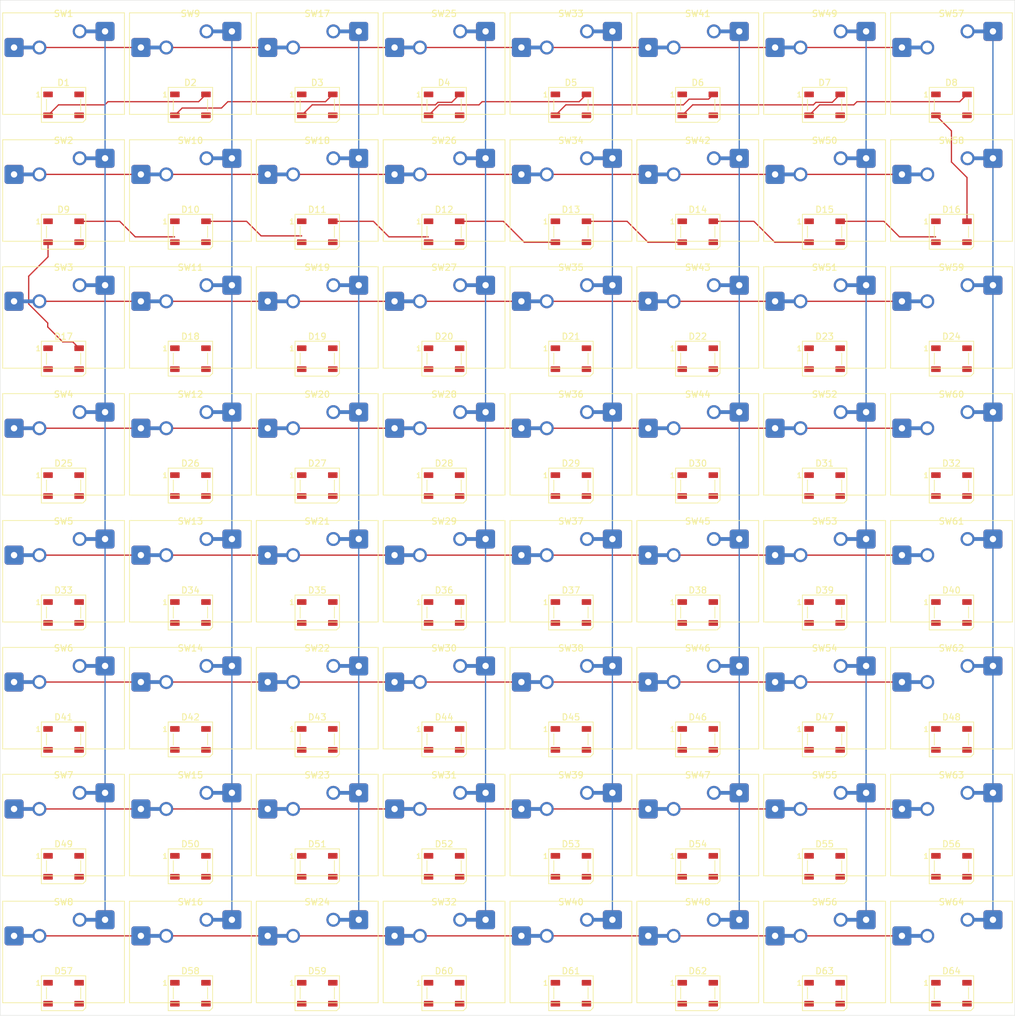
<source format=kicad_pcb>
(kicad_pcb (version 20241229) (generator "pcbnew") (generator_version "9.0")
  (layers (0 "F.Cu" signal) (2 "B.Cu" signal) (13 "F.Paste" user) (15 "B.Paste" user) (5 "F.SilkS" user "F.Silkscreen") (7 "B.SilkS" user "B.Silkscreen") (1 "F.Mask" user) (3 "B.Mask" user) (25 "Edge.Cuts" user))
  (net 0 "")
  (net 1 "Net-(SW1-Pad1)")
  (net 2 "Net-(SW1-Pad2)")
  (net 3 "Net-(SW10-Pad2)")
  (net 4 "Net-(SW17-Pad2)")
  (net 5 "Net-(SW25-Pad2)")
  (net 6 "Net-(SW33-Pad2)")
  (net 7 "Net-(SW41-Pad2)")
  (net 8 "Net-(SW49-Pad2)")
  (net 9 "Net-(SW57-Pad2)")
  (net 13 "Net-(D1-DOUT)")
  (net 16 "Net-(D2-DOUT)")
  (net 18 "Net-(D3-DOUT)")
  (net 21 "Net-(D4-DOUT)")
  (net 25 "Net-(D5-DOUT)")
  (net 28 "Net-(D6-DOUT)")
  (net 30 "Net-(D7-DOUT)")
  (net 35 "Net-(D10-DIN)")
  (net 37 "Net-(D10-DOUT)")
  (net 54 "Net-(D17-DOUT)")
  (net 57 "Net-(D18-DOUT)")
  (net 59 "Net-(D19-DOUT)")
  (net 62 "Net-(D20-DOUT)")
  (net 64 "Net-(D21-DOUT)")
  (net 68 "Net-(D22-DOUT)")
  (net 70 "Net-(D23-DOUT)")
  (net 78 "Net-(D25-DOUT)")
  (net 81 "Net-(D26-DOUT)")
  (net 83 "Net-(D27-DOUT)")
  (net 88 "Net-(D28-DOUT)")
  (net 90 "Net-(D29-DOUT)")
  (net 93 "Net-(D30-DOUT)")
  (net 95 "Net-(D31-DOUT)")
  (net 104 "Net-(D33-DOUT)")
  (net 107 "Net-(D34-DOUT)")
  (net 110 "Net-(D35-DOUT)")
  (net 112 "Net-(D36-DOUT)")
  (net 115 "Net-(D37-DOUT)")
  (net 119 "Net-(D38-DOUT)")
  (net 121 "Net-(D39-DOUT)")
  (net 129 "Net-(D41-DOUT)")
  (net 130 "Net-(D42-DOUT)")
  (net 133 "Net-(D43-DOUT)")
  (net 138 "Net-(D44-DOUT)")
  (net 139 "Net-(D45-DOUT)")
  (net 142 "Net-(D46-DOUT)")
  (net 146 "Net-(D47-DOUT)")
  (net 151 "Net-(D49-DOUT)")
  (net 156 "Net-(D50-DOUT)")
  (net 158 "Net-(D51-DOUT)")
  (net 163 "Net-(D52-DOUT)")
  (net 165 "Net-(D53-DOUT)")
  (net 169 "Net-(D54-DOUT)")
  (net 170 "Net-(D55-DOUT)")
  (net 178 "Net-(D57-DOUT)")
  (net 181 "Net-(D58-DOUT)")
  (net 184 "Net-(D59-DOUT)")
  (net 188 "Net-(D60-DOUT)")
  (net 191 "Net-(D61-DOUT)")
  (net 194 "Net-(D62-DOUT)")
  (net 196 "Net-(D63-DOUT)")
  (net 201 "Net-(SW10-Pad1)")
  (net 202 "Net-(SW11-Pad1)")
  (net 203 "Net-(SW12-Pad1)")
  (net 204 "Net-(SW13-Pad1)")
  (net 205 "Net-(SW14-Pad1)")
  (net 206 "Net-(SW15-Pad1)")
  (net 207 "Net-(SW16-Pad1)")
  (net 208 "Net-(D16-DIN)")
  (net 209 "Net-(D17-DIN)")
  (net 210 "Net-(D11-DIN)")
  (net 211 "Net-(D12-DIN)")
  (net 212 "Net-(D13-DIN)")
  (net 213 "Net-(D14-DIN)")
  (net 214 "Net-(D15-DIN)")
  (footprint "LED_SMD:LED_WS2812B_PLCC4_5.0x5.0mm_P3.2mm" (layer "F.Cu") (at 130 56.5)
    (property "Reference" "D14")
    (property "Value" "WS2812B")
  )
  (footprint "LED_SMD:LED_WS2812B_PLCC4_5.0x5.0mm_P3.2mm" (layer "F.Cu") (at 170 96.5)
    (property "Reference" "D32")
    (property "Value" "WS2812B")
  )
  (footprint "mykbd:seat" (layer "F.Cu") (at 170 110)
    (property "Reference" "SW61")
    (property "Value" "SW_Push")
  )
  (footprint "mykbd:seat" (layer "F.Cu") (at 150 130)
    (property "Reference" "SW54")
    (property "Value" "SW_Push")
  )
  (footprint "mykbd:seat" (layer "F.Cu") (at 30 110)
    (property "Reference" "SW5")
    (property "Value" "SW_Push")
  )
  (footprint "LED_SMD:LED_WS2812B_PLCC4_5.0x5.0mm_P3.2mm" (layer "F.Cu") (at 110 156.5)
    (property "Reference" "D53")
    (property "Value" "WS2812B")
  )
  (footprint "LED_SMD:LED_WS2812B_PLCC4_5.0x5.0mm_P3.2mm" (layer "F.Cu") (at 170 136.5)
    (property "Reference" "D48")
    (property "Value" "WS2812B")
  )
  (footprint "LED_SMD:LED_WS2812B_PLCC4_5.0x5.0mm_P3.2mm" (layer "F.Cu") (at 130 76.5)
    (property "Reference" "D22")
    (property "Value" "WS2812B")
  )
  (footprint "mykbd:seat" (layer "F.Cu") (at 70 30)
    (property "Reference" "SW17")
    (property "Value" "SW_Push")
  )
  (footprint "mykbd:seat" (layer "F.Cu") (at 110 170)
    (property "Reference" "SW40")
    (property "Value" "SW_Push")
  )
  (footprint "mykbd:seat" (layer "F.Cu") (at 130 130)
    (property "Reference" "SW46")
    (property "Value" "SW_Push")
  )
  (footprint "mykbd:seat" (layer "F.Cu") (at 30 150)
    (property "Reference" "SW7")
    (property "Value" "SW_Push")
  )
  (footprint "LED_SMD:LED_WS2812B_PLCC4_5.0x5.0mm_P3.2mm" (layer "F.Cu") (at 70 36.5)
    (property "Reference" "D3")
    (property "Value" "WS2812B")
  )
  (footprint "mykbd:seat" (layer "F.Cu") (at 50 110)
    (property "Reference" "SW13")
    (property "Value" "SW_Push")
  )
  (footprint "mykbd:seat" (layer "F.Cu") (at 170 90)
    (property "Reference" "SW60")
    (property "Value" "SW_Push")
  )
  (footprint "mykbd:seat" (layer "F.Cu") (at 170 70)
    (property "Reference" "SW59")
    (property "Value" "SW_Push")
  )
  (footprint "LED_SMD:LED_WS2812B_PLCC4_5.0x5.0mm_P3.2mm" (layer "F.Cu") (at 30 156.5)
    (property "Reference" "D49")
    (property "Value" "WS2812B")
  )
  (footprint "LED_SMD:LED_WS2812B_PLCC4_5.0x5.0mm_P3.2mm" (layer "F.Cu") (at 170 56.5)
    (property "Reference" "D16")
    (property "Value" "WS2812B")
  )
  (footprint "mykbd:seat" (layer "F.Cu") (at 110 30)
    (property "Reference" "SW33")
    (property "Value" "SW_Push")
  )
  (footprint "mykbd:seat" (layer "F.Cu") (at 70 70)
    (property "Reference" "SW19")
    (property "Value" "SW_Push")
  )
  (footprint "LED_SMD:LED_WS2812B_PLCC4_5.0x5.0mm_P3.2mm" (layer "F.Cu") (at 50 136.5)
    (property "Reference" "D42")
    (property "Value" "WS2812B")
  )
  (footprint "LED_SMD:LED_WS2812B_PLCC4_5.0x5.0mm_P3.2mm" (layer "F.Cu") (at 150 156.5)
    (property "Reference" "D55")
    (property "Value" "WS2812B")
  )
  (footprint "LED_SMD:LED_WS2812B_PLCC4_5.0x5.0mm_P3.2mm" (layer "F.Cu") (at 170 116.5)
    (property "Reference" "D40")
    (property "Value" "WS2812B")
  )
  (footprint "LED_SMD:LED_WS2812B_PLCC4_5.0x5.0mm_P3.2mm" (layer "F.Cu") (at 150 76.5)
    (property "Reference" "D23")
    (property "Value" "WS2812B")
  )
  (footprint "LED_SMD:LED_WS2812B_PLCC4_5.0x5.0mm_P3.2mm" (layer "F.Cu") (at 130 96.5)
    (property "Reference" "D30")
    (property "Value" "WS2812B")
  )
  (footprint "LED_SMD:LED_WS2812B_PLCC4_5.0x5.0mm_P3.2mm" (layer "F.Cu") (at 150 96.5)
    (property "Reference" "D31")
    (property "Value" "WS2812B")
  )
  (footprint "mykbd:seat" (layer "F.Cu") (at 70 50)
    (property "Reference" "SW18")
    (property "Value" "SW_Push")
  )
  (footprint "LED_SMD:LED_WS2812B_PLCC4_5.0x5.0mm_P3.2mm" (layer "F.Cu") (at 50 96.5)
    (property "Reference" "D26")
    (property "Value" "WS2812B")
  )
  (footprint "mykbd:seat" (layer "F.Cu") (at 110 110)
    (property "Reference" "SW37")
    (property "Value" "SW_Push")
  )
  (footprint "LED_SMD:LED_WS2812B_PLCC4_5.0x5.0mm_P3.2mm" (layer "F.Cu") (at 30 96.5)
    (property "Reference" "D25")
    (property "Value" "WS2812B")
  )
  (footprint "LED_SMD:LED_WS2812B_PLCC4_5.0x5.0mm_P3.2mm" (layer "F.Cu") (at 110 176.5)
    (property "Reference" "D61")
    (property "Value" "WS2812B")
  )
  (footprint "mykbd:seat" (layer "F.Cu") (at 150 70)
    (property "Reference" "SW51")
    (property "Value" "SW_Push")
  )
  (footprint "mykbd:seat" (layer "F.Cu") (at 130 70)
    (property "Reference" "SW43")
    (property "Value" "SW_Push")
  )
  (footprint "LED_SMD:LED_WS2812B_PLCC4_5.0x5.0mm_P3.2mm" (layer "F.Cu") (at 130 176.5)
    (property "Reference" "D62")
    (property "Value" "WS2812B")
  )
  (footprint "LED_SMD:LED_WS2812B_PLCC4_5.0x5.0mm_P3.2mm" (layer "F.Cu") (at 150 116.5)
    (property "Reference" "D39")
    (property "Value" "WS2812B")
  )
  (footprint "mykbd:seat" (layer "F.Cu") (at 90 130)
    (property "Reference" "SW30")
    (property "Value" "SW_Push")
  )
  (footprint "LED_SMD:LED_WS2812B_PLCC4_5.0x5.0mm_P3.2mm" (layer "F.Cu") (at 70 76.5)
    (property "Reference" "D19")
    (property "Value" "WS2812B")
  )
  (footprint "LED_SMD:LED_WS2812B_PLCC4_5.0x5.0mm_P3.2mm" (layer "F.Cu") (at 110 56.5)
    (property "Reference" "D13")
    (property "Value" "WS2812B")
  )
  (footprint "mykbd:seat" (layer "F.Cu") (at 70 130)
    (property "Reference" "SW22")
    (property "Value" "SW_Push")
  )
  (footprint "mykbd:seat" (layer "F.Cu") (at 130 50)
    (property "Reference" "SW42")
    (property "Value" "SW_Push")
  )
  (footprint "LED_SMD:LED_WS2812B_PLCC4_5.0x5.0mm_P3.2mm" (layer "F.Cu") (at 150 36.5)
    (property "Reference" "D7")
    (property "Value" "WS2812B")
  )
  (footprint "mykbd:seat" (layer "F.Cu") (at 70 170)
    (property "Reference" "SW24")
    (property "Value" "SW_Push")
  )
  (footprint "mykbd:seat" (layer "F.Cu") (at 150 150)
    (property "Reference" "SW55")
    (property "Value" "SW_Push")
  )
  (footprint "mykbd:seat" (layer "F.Cu") (at 30 90)
    (property "Reference" "SW4")
    (property "Value" "SW_Push")
  )
  (footprint "LED_SMD:LED_WS2812B_PLCC4_5.0x5.0mm_P3.2mm" (layer "F.Cu") (at 50 116.5)
    (property "Reference" "D34")
    (property "Value" "WS2812B")
  )
  (footprint "mykbd:seat" (layer "F.Cu") (at 130 170)
    (property "Reference" "SW48")
    (property "Value" "SW_Push")
  )
  (footprint "LED_SMD:LED_WS2812B_PLCC4_5.0x5.0mm_P3.2mm" (layer "F.Cu") (at 150 176.5)
    (property "Reference" "D63")
    (property "Value" "WS2812B")
  )
  (footprint "LED_SMD:LED_WS2812B_PLCC4_5.0x5.0mm_P3.2mm" (layer "F.Cu") (at 90 136.5)
    (property "Reference" "D44")
    (property "Value" "WS2812B")
  )
  (footprint "LED_SMD:LED_WS2812B_PLCC4_5.0x5.0mm_P3.2mm" (layer "F.Cu") (at 30 76.5)
    (property "Reference" "D17")
    (property "Value" "WS2812B")
  )
  (footprint "LED_SMD:LED_WS2812B_PLCC4_5.0x5.0mm_P3.2mm" (layer "F.Cu") (at 130 136.5)
    (property "Reference" "D46")
    (property "Value" "WS2812B")
  )
  (footprint "mykbd:seat" (layer "F.Cu") (at 130 110)
    (property "Reference" "SW45")
    (property "Value" "SW_Push")
  )
  (footprint "LED_SMD:LED_WS2812B_PLCC4_5.0x5.0mm_P3.2mm" (layer "F.Cu") (at 110 116.5)
    (property "Reference" "D37")
    (property "Value" "WS2812B")
  )
  (footprint "LED_SMD:LED_WS2812B_PLCC4_5.0x5.0mm_P3.2mm" (layer "F.Cu") (at 50 56.5)
    (property "Reference" "D10")
    (property "Value" "WS2812B")
  )
  (footprint "mykbd:seat" (layer "F.Cu") (at 170 50)
    (property "Reference" "SW58")
    (property "Value" "SW_Push")
  )
  (footprint "mykbd:seat" (layer "F.Cu") (at 90 30)
    (property "Reference" "SW25")
    (property "Value" "SW_Push")
  )
  (footprint "LED_SMD:LED_WS2812B_PLCC4_5.0x5.0mm_P3.2mm" (layer "F.Cu") (at 90 176.5)
    (property "Reference" "D60")
    (property "Value" "WS2812B")
  )
  (footprint "mykbd:seat" (layer "F.Cu") (at 30 130)
    (property "Reference" "SW6")
    (property "Value" "SW_Push")
  )
  (footprint "mykbd:seat" (layer "F.Cu") (at 70 110)
    (property "Reference" "SW21")
    (property "Value" "SW_Push")
  )
  (footprint "mykbd:seat" (layer "F.Cu") (at 50 90)
    (property "Reference" "SW12")
    (property "Value" "SW_Push")
  )
  (footprint "mykbd:seat" (layer "F.Cu") (at 30 30)
    (property "Reference" "SW1")
    (property "Value" "SW_Push")
  )
  (footprint "mykbd:seat" (layer "F.Cu") (at 90 170)
    (property "Reference" "SW32")
    (property "Value" "SW_Push")
  )
  (footprint "LED_SMD:LED_WS2812B_PLCC4_5.0x5.0mm_P3.2mm" (layer "F.Cu") (at 110 76.5)
    (property "Reference" "D21")
    (property "Value" "WS2812B")
  )
  (footprint "LED_SMD:LED_WS2812B_PLCC4_5.0x5.0mm_P3.2mm" (layer "F.Cu") (at 170 36.5)
    (property "Reference" "D8")
    (property "Value" "WS2812B")
  )
  (footprint "mykbd:seat" (layer "F.Cu") (at 150 50)
    (property "Reference" "SW50")
    (property "Value" "SW_Push")
  )
  (footprint "mykbd:seat" (layer "F.Cu") (at 150 90)
    (property "Reference" "SW52")
    (property "Value" "SW_Push")
  )
  (footprint "mykbd:seat" (layer "F.Cu") (at 170 170)
    (property "Reference" "SW64")
    (property "Value" "SW_Push")
  )
  (footprint "LED_SMD:LED_WS2812B_PLCC4_5.0x5.0mm_P3.2mm" (layer "F.Cu") (at 50 176.5)
    (property "Reference" "D58")
    (property "Value" "WS2812B")
  )
  (footprint "mykbd:seat" (layer "F.Cu") (at 150 170)
    (property "Reference" "SW56")
    (property "Value" "SW_Push")
  )
  (footprint "mykbd:seat" (layer "F.Cu") (at 150 110)
    (property "Reference" "SW53")
    (property "Value" "SW_Push")
  )
  (footprint "LED_SMD:LED_WS2812B_PLCC4_5.0x5.0mm_P3.2mm" (layer "F.Cu") (at 90 56.5)
    (property "Reference" "D12")
    (property "Value" "WS2812B")
  )
  (footprint "LED_SMD:LED_WS2812B_PLCC4_5.0x5.0mm_P3.2mm" (layer "F.Cu") (at 30 136.5)
    (property "Reference" "D41")
    (property "Value" "WS2812B")
  )
  (footprint "mykbd:seat" (layer "F.Cu") (at 130 30)
    (property "Reference" "SW41")
    (property "Value" "SW_Push")
  )
  (footprint "LED_SMD:LED_WS2812B_PLCC4_5.0x5.0mm_P3.2mm" (layer "F.Cu") (at 50 36.5)
    (property "Reference" "D2")
    (property "Value" "WS2812B")
  )
  (footprint "LED_SMD:LED_WS2812B_PLCC4_5.0x5.0mm_P3.2mm" (layer "F.Cu") (at 90 76.5)
    (property "Reference" "D20")
    (property "Value" "WS2812B")
  )
  (footprint "mykbd:seat" (layer "F.Cu") (at 30 70)
    (property "Reference" "SW3")
    (property "Value" "SW_Push")
  )
  (footprint "mykbd:seat" (layer "F.Cu") (at 70 90)
    (property "Reference" "SW20")
    (property "Value" "SW_Push")
  )
  (footprint "LED_SMD:LED_WS2812B_PLCC4_5.0x5.0mm_P3.2mm" (layer "F.Cu") (at 130 156.5)
    (property "Reference" "D54")
    (property "Value" "WS2812B")
  )
  (footprint "LED_SMD:LED_WS2812B_PLCC4_5.0x5.0mm_P3.2mm" (layer "F.Cu") (at 70 56.5)
    (property "Reference" "D11")
    (property "Value" "WS2812B")
  )
  (footprint "mykbd:seat" (layer "F.Cu") (at 90 110)
    (property "Reference" "SW29")
    (property "Value" "SW_Push")
  )
  (footprint "LED_SMD:LED_WS2812B_PLCC4_5.0x5.0mm_P3.2mm" (layer "F.Cu") (at 30 56.5)
    (property "Reference" "D9")
    (property "Value" "WS2812B")
  )
  (footprint "LED_SMD:LED_WS2812B_PLCC4_5.0x5.0mm_P3.2mm" (layer "F.Cu") (at 70 156.5)
    (property "Reference" "D51")
    (property "Value" "WS2812B")
  )
  (footprint "mykbd:seat" (layer "F.Cu") (at 90 150)
    (property "Reference" "SW31")
    (property "Value" "SW_Push")
  )
  (footprint "LED_SMD:LED_WS2812B_PLCC4_5.0x5.0mm_P3.2mm" (layer "F.Cu") (at 50 76.5)
    (property "Reference" "D18")
    (property "Value" "WS2812B")
  )
  (footprint "LED_SMD:LED_WS2812B_PLCC4_5.0x5.0mm_P3.2mm" (layer "F.Cu") (at 170 156.5)
    (property "Reference" "D56")
    (property "Value" "WS2812B")
  )
  (footprint "mykbd:seat" (layer "F.Cu") (at 170 30)
    (property "Reference" "SW57")
    (property "Value" "SW_Push")
  )
  (footprint "LED_SMD:LED_WS2812B_PLCC4_5.0x5.0mm_P3.2mm" (layer "F.Cu") (at 110 96.5)
    (property "Reference" "D29")
    (property "Value" "WS2812B")
  )
  (footprint "mykbd:seat" (layer "F.Cu") (at 130 90)
    (property "Reference" "SW44")
    (property "Value" "SW_Push")
  )
  (footprint "mykbd:seat" (layer "F.Cu") (at 110 50)
    (property "Reference" "SW34")
    (property "Value" "SW_Push")
  )
  (footprint "LED_SMD:LED_WS2812B_PLCC4_5.0x5.0mm_P3.2mm" (layer "F.Cu") (at 70 96.5)
    (property "Reference" "D27")
    (property "Value" "WS2812B")
  )
  (footprint "LED_SMD:LED_WS2812B_PLCC4_5.0x5.0mm_P3.2mm" (layer "F.Cu") (at 170 176.5)
    (property "Reference" "D64")
    (property "Value" "WS2812B")
  )
  (footprint "LED_SMD:LED_WS2812B_PLCC4_5.0x5.0mm_P3.2mm" (layer "F.Cu") (at 130 36.5)
    (property "Reference" "D6")
    (property "Value" "WS2812B")
  )
  (footprint "LED_SMD:LED_WS2812B_PLCC4_5.0x5.0mm_P3.2mm" (layer "F.Cu") (at 70 136.5)
    (property "Reference" "D43")
    (property "Value" "WS2812B")
  )
  (footprint "mykbd:seat" (layer "F.Cu") (at 130 150)
    (property "Reference" "SW47")
    (property "Value" "SW_Push")
  )
  (footprint "mykbd:seat" (layer "F.Cu") (at 150 30)
    (property "Reference" "SW49")
    (property "Value" "SW_Push")
  )
  (footprint "mykbd:seat" (layer "F.Cu") (at 30 50)
    (property "Reference" "SW2")
    (property "Value" "SW_Push")
  )
  (footprint "LED_SMD:LED_WS2812B_PLCC4_5.0x5.0mm_P3.2mm" (layer "F.Cu") (at 170 76.5)
    (property "Reference" "D24")
    (property "Value" "WS2812B")
  )
  (footprint "mykbd:seat" (layer "F.Cu") (at 110 90)
    (property "Reference" "SW36")
    (property "Value" "SW_Push")
  )
  (footprint "mykbd:seat" (layer "F.Cu") (at 50 150)
    (property "Reference" "SW15")
    (property "Value" "SW_Push")
  )
  (footprint "LED_SMD:LED_WS2812B_PLCC4_5.0x5.0mm_P3.2mm" (layer "F.Cu") (at 90 96.5)
    (property "Reference" "D28")
    (property "Value" "WS2812B")
  )
  (footprint "LED_SMD:LED_WS2812B_PLCC4_5.0x5.0mm_P3.2mm" (layer "F.Cu") (at 150 136.5)
    (property "Reference" "D47")
    (property "Value" "WS2812B")
  )
  (footprint "mykbd:seat" (layer "F.Cu") (at 30 170)
    (property "Reference" "SW8")
    (property "Value" "SW_Push")
  )
  (footprint "mykbd:seat" (layer "F.Cu") (at 50 30)
    (property "Reference" "SW9")
    (property "Value" "SW_Push")
  )
  (footprint "mykbd:seat" (layer "F.Cu") (at 50 130)
    (property "Reference" "SW14")
    (property "Value" "SW_Push")
  )
  (footprint "LED_SMD:LED_WS2812B_PLCC4_5.0x5.0mm_P3.2mm" (layer "F.Cu") (at 110 136.5)
    (property "Reference" "D45")
    (property "Value" "WS2812B")
  )
  (footprint "LED_SMD:LED_WS2812B_PLCC4_5.0x5.0mm_P3.2mm" (layer "F.Cu") (at 30 176.5)
    (property "Reference" "D57")
    (property "Value" "WS2812B")
  )
  (footprint "mykbd:seat" (layer "F.Cu") (at 170 130)
    (property "Reference" "SW62")
    (property "Value" "SW_Push")
  )
  (footprint "LED_SMD:LED_WS2812B_PLCC4_5.0x5.0mm_P3.2mm" (layer "F.Cu") (at 90 36.5)
    (property "Reference" "D4")
    (property "Value" "WS2812B")
  )
  (footprint "mykbd:seat" (layer "F.Cu") (at 170 150)
    (property "Reference" "SW63")
    (property "Value" "SW_Push")
  )
  (footprint "LED_SMD:LED_WS2812B_PLCC4_5.0x5.0mm_P3.2mm" (layer "F.Cu") (at 30 116.5)
    (property "Reference" "D33")
    (property "Value" "WS2812B")
  )
  (footprint "mykbd:seat" (layer "F.Cu") (at 70 150)
    (property "Reference" "SW23")
    (property "Value" "SW_Push")
  )
  (footprint "mykbd:seat" (layer "F.Cu") (at 90 50)
    (property "Reference" "SW26")
    (property "Value" "SW_Push")
  )
  (footprint "LED_SMD:LED_WS2812B_PLCC4_5.0x5.0mm_P3.2mm" (layer "F.Cu") (at 90 156.5)
    (property "Reference" "D52")
    (property "Value" "WS2812B")
  )
  (footprint "LED_SMD:LED_WS2812B_PLCC4_5.0x5.0mm_P3.2mm" (layer "F.Cu") (at 70 176.5)
    (property "Reference" "D59")
    (property "Value" "WS2812B")
  )
  (footprint "mykbd:seat" (layer "F.Cu") (at 90 70)
    (property "Reference" "SW27")
    (property "Value" "SW_Push")
  )
  (footprint "mykbd:seat" (layer "F.Cu") (at 90 90)
    (property "Reference" "SW28")
    (property "Value" "SW_Push")
  )
  (footprint "mykbd:seat" (layer "F.Cu") (at 110 70)
    (property "Reference" "SW35")
    (property "Value" "SW_Push")
  )
  (footprint "LED_SMD:LED_WS2812B_PLCC4_5.0x5.0mm_P3.2mm" (layer "F.Cu") (at 90 116.5)
    (property "Reference" "D36")
    (property "Value" "WS2812B")
  )
  (footprint "mykbd:seat" (layer "F.Cu") (at 50 170)
    (property "Reference" "SW16")
    (property "Value" "SW_Push")
  )
  (footprint "mykbd:seat" (layer "F.Cu") (at 110 130)
    (property "Reference" "SW38")
    (property "Value" "SW_Push")
  )
  (footprint "LED_SMD:LED_WS2812B_PLCC4_5.0x5.0mm_P3.2mm" (layer "F.Cu") (at 50 156.5)
    (property "Reference" "D50")
    (property "Value" "WS2812B")
  )
  (footprint "LED_SMD:LED_WS2812B_PLCC4_5.0x5.0mm_P3.2mm" (layer "F.Cu") (at 150 56.5)
    (property "Reference" "D15")
    (property "Value" "WS2812B")
  )
  (footprint "LED_SMD:LED_WS2812B_PLCC4_5.0x5.0mm_P3.2mm" (layer "F.Cu") (at 70 116.5)
    (property "Reference" "D35")
    (property "Value" "WS2812B")
  )
  (footprint "mykbd:seat" (layer "F.Cu") (at 50 70)
    (property "Reference" "SW11")
    (property "Value" "SW_Push")
  )
  (footprint "LED_SMD:LED_WS2812B_PLCC4_5.0x5.0mm_P3.2mm" (layer "F.Cu") (at 110 36.5)
    (property "Reference" "D5")
    (property "Value" "WS2812B")
  )
  (footprint "mykbd:seat" (layer "F.Cu") (at 110 150)
    (property "Reference" "SW39")
    (property "Value" "SW_Push")
  )
  (footprint "mykbd:seat" (layer "F.Cu") (at 50 50)
    (property "Reference" "SW10")
    (property "Value" "SW_Push")
  )
  (footprint "LED_SMD:LED_WS2812B_PLCC4_5.0x5.0mm_P3.2mm" (layer "F.Cu") (at 30 36.5)
    (property "Reference" "D1")
    (property "Value" "WS2812B")
  )
  (footprint "LED_SMD:LED_WS2812B_PLCC4_5.0x5.0mm_P3.2mm" (layer "F.Cu") (at 130 116.5)
    (property "Reference" "D38")
    (property "Value" "WS2812B")
  )
  (gr_line (start 20 180) (end 20 20) (stroke (width 0.05)) (layer "Edge.Cuts"))
  (gr_line (start 180 20) (end 180 180) (stroke (width 0.05)) (layer "Edge.Cuts"))
  (gr_line (start 20 20) (end 180 20) (stroke (width 0.05)) (layer "Edge.Cuts"))
  (gr_line (start 20 180) (end 180 180) (stroke (width 0.05)) (layer "Edge.Cuts"))
  (segment (start 86.19 27.46) (end 102.19 27.46) (width 0.2) (layer "F.Cu") (net 1))
  (segment (start 26.19 27.46) (end 42.19 27.46) (width 0.2) (layer "F.Cu") (net 1))
  (segment (start 106.19 27.46) (end 122.19 27.46) (width 0.2) (layer "F.Cu") (net 1))
  (segment (start 146.19 27.46) (end 162.19 27.46) (width 0.2) (layer "F.Cu") (net 1))
  (segment (start 126.19 27.46) (end 142.19 27.46) (width 0.2) (layer "F.Cu") (net 1))
  (segment (start 46.19 27.46) (end 62.19 27.46) (width 0.2) (layer "F.Cu") (net 1))
  (segment (start 66.19 27.46) (end 82.19 27.46) (width 0.2) (layer "F.Cu") (net 1))
  (segment (start 36.42 44.92) (end 32.54 44.92) (width 0.2) (layer "F.Cu") (net 2))
  (segment (start 32.54 24.92) (end 36.42 24.92) (width 0.2) (layer "F.Cu") (net 2))
  (segment (start 36.5 44.84) (end 36.42 44.92) (width 0.2) (layer "F.Cu") (net 2))
  (segment (start 36.42 24.92) (end 36.5 25) (width 0.2) (layer "F.Cu") (net 2))
  (segment (start 36.54 44.92) (end 36.54 64.92) (width 0.2) (layer "B.Cu") (net 2))
  (segment (start 36.54 144.92) (end 36.54 164.92) (width 0.2) (layer "B.Cu") (net 2))
  (segment (start 36.54 124.92) (end 36.54 144.92) (width 0.2) (layer "B.Cu") (net 2))
  (segment (start 36.54 84.92) (end 36.54 104.92) (width 0.2) (layer "B.Cu") (net 2))
  (segment (start 36.54 24.92) (end 36.54 44.92) (width 0.2) (layer "B.Cu") (net 2))
  (segment (start 36.54 64.92) (end 36.54 84.92) (width 0.2) (layer "B.Cu") (net 2))
  (segment (start 36.54 104.92) (end 36.54 124.92) (width 0.2) (layer "B.Cu") (net 2))
  (segment (start 56.54 24.92) (end 56.54 164.92) (width 0.2) (layer "B.Cu") (net 3))
  (segment (start 76.54 164.92) (end 76.54 24.92) (width 0.2) (layer "B.Cu") (net 4))
  (segment (start 96.54 24.92) (end 96.54 164.92) (width 0.2) (layer "B.Cu") (net 5))
  (segment (start 116.54 164.92) (end 116.54 24.92) (width 0.2) (layer "B.Cu") (net 6))
  (segment (start 136.54 24.92) (end 136.54 164.92) (width 0.2) (layer "B.Cu") (net 7))
  (segment (start 156.54 164.92) (end 156.54 24.92) (width 0.2) (layer "B.Cu") (net 8))
  (segment (start 176.54 24.92) (end 176.54 164.92) (width 0.2) (layer "B.Cu") (net 9))
  (segment (start 37 36) (end 51.3 36) (width 0.2) (layer "F.Cu") (net 13))
  (segment (start 51.3 36) (end 52.45 34.85) (width 0.2) (layer "F.Cu") (net 13))
  (segment (start 36.5 36.5) (end 37 36) (width 0.2) (layer "F.Cu") (net 13))
  (segment (start 29.2 36.5) (end 36.5 36.5) (width 0.2) (layer "F.Cu") (net 13))
  (segment (start 27.55 38.15) (end 29.2 36.5) (width 0.2) (layer "F.Cu") (net 13))
  (segment (start 48.7 37) (end 54.901 37) (width 0.2) (layer "F.Cu") (net 16))
  (segment (start 47.55 38.15) (end 48.7 37) (width 0.2) (layer "F.Cu") (net 16))
  (segment (start 55.901 36) (end 71.3 36) (width 0.2) (layer "F.Cu") (net 16))
  (segment (start 71.3 36) (end 72.45 34.85) (width 0.2) (layer "F.Cu") (net 16))
  (segment (start 54.901 37) (end 55.901 36) (width 0.2) (layer "F.Cu") (net 16))
  (segment (start 91.201 36.099) (end 92.45 34.85) (width 0.2) (layer "F.Cu") (net 18))
  (segment (start 89.0339 36.099) (end 91.201 36.099) (width 0.2) (layer "F.Cu") (net 18))
  (segment (start 67.55 38.15) (end 69.2 36.5) (width 0.2) (layer "F.Cu") (net 18))
  (segment (start 69.2 36.5) (end 88.6329 36.5) (width 0.2) (layer "F.Cu") (net 18))
  (segment (start 88.6329 36.5) (end 89.0339 36.099) (width 0.2) (layer "F.Cu") (net 18))
  (segment (start 89.2 36.5) (end 95.5 36.5) (width 0.2) (layer "F.Cu") (net 21))
  (segment (start 87.55 38.15) (end 89.2 36.5) (width 0.2) (layer "F.Cu") (net 21))
  (segment (start 111.3 36) (end 112.45 34.85) (width 0.2) (layer "F.Cu") (net 21))
  (segment (start 96 36) (end 111.3 36) (width 0.2) (layer "F.Cu") (net 21))
  (segment (start 95.5 36.5) (end 96 36) (width 0.2) (layer "F.Cu") (net 21))
  (segment (start 128.6339 35.599) (end 131.701 35.599) (width 0.2) (layer "F.Cu") (net 25))
  (segment (start 127.7329 36.5) (end 128.6339 35.599) (width 0.2) (layer "F.Cu") (net 25))
  (segment (start 107.55 38.15) (end 109.2 36.5) (width 0.2) (layer "F.Cu") (net 25))
  (segment (start 131.701 35.599) (end 132.45 34.85) (width 0.2) (layer "F.Cu") (net 25))
  (segment (start 109.2 36.5) (end 127.7329 36.5) (width 0.2) (layer "F.Cu") (net 25))
  (segment (start 151.201 36.099) (end 152.45 34.85) (width 0.2) (layer "F.Cu") (net 28))
  (segment (start 129.2 36.5) (end 148.2329 36.5) (width 0.2) (layer "F.Cu") (net 28))
  (segment (start 148.2329 36.5) (end 148.6339 36.099) (width 0.2) (layer "F.Cu") (net 28))
  (segment (start 148.6339 36.099) (end 151.201 36.099) (width 0.2) (layer "F.Cu") (net 28))
  (segment (start 127.55 38.15) (end 129.2 36.5) (width 0.2) (layer "F.Cu") (net 28))
  (segment (start 149.2 36.5) (end 154.599 36.5) (width 0.2) (layer "F.Cu") (net 30))
  (segment (start 154.599 36.5) (end 155.099 36) (width 0.2) (layer "F.Cu") (net 30))
  (segment (start 171.3 36) (end 172.45 34.85) (width 0.2) (layer "F.Cu") (net 30))
  (segment (start 155.099 36) (end 171.3 36) (width 0.2) (layer "F.Cu") (net 30))
  (segment (start 147.55 38.15) (end 149.2 36.5) (width 0.2) (layer "F.Cu") (net 30))
  (segment (start 52.45 54.85) (end 58.85 54.85) (width 0.2) (layer "F.Cu") (net 35))
  (segment (start 67.55 57.15) (end 61.15 57.15) (width 0.2) (layer "F.Cu") (net 35))
  (segment (start 58.85 54.85) (end 61.15 57.15) (width 0.2) (layer "F.Cu") (net 35))
  (segment (start 41.3 57.3) (end 47.5 57.3) (width 0.2) (layer "F.Cu") (net 37))
  (segment (start 38.85 54.85) (end 41.3 57.3) (width 0.2) (layer "F.Cu") (net 37))
  (segment (start 32.45 54.85) (end 38.85 54.85) (width 0.2) (layer "F.Cu") (net 37))
  (segment (start 146.19 47.46) (end 162.19 47.46) (width 0.2) (layer "F.Cu") (net 201))
  (segment (start 86.19 47.46) (end 102.19 47.46) (width 0.2) (layer "F.Cu") (net 201))
  (segment (start 126.19 47.46) (end 142.19 47.46) (width 0.2) (layer "F.Cu") (net 201))
  (segment (start 26.19 47.46) (end 42.19 47.46) (width 0.2) (layer "F.Cu") (net 201))
  (segment (start 66.19 47.46) (end 82.19 47.46) (width 0.2) (layer "F.Cu") (net 201))
  (segment (start 46.19 47.46) (end 62.19 47.46) (width 0.2) (layer "F.Cu") (net 201))
  (segment (start 106.19 47.46) (end 122.19 47.46) (width 0.2) (layer "F.Cu") (net 201))
  (segment (start 126.19 67.46) (end 142.19 67.46) (width 0.2) (layer "F.Cu") (net 202))
  (segment (start 146.19 67.46) (end 162.19 67.46) (width 0.2) (layer "F.Cu") (net 202))
  (segment (start 46.19 67.46) (end 62.19 67.46) (width 0.2) (layer "F.Cu") (net 202))
  (segment (start 26.19 67.46) (end 42.19 67.46) (width 0.2) (layer "F.Cu") (net 202))
  (segment (start 86.19 67.46) (end 102.19 67.46) (width 0.2) (layer "F.Cu") (net 202))
  (segment (start 106.19 67.46) (end 122.19 67.46) (width 0.2) (layer "F.Cu") (net 202))
  (segment (start 66.19 67.46) (end 82.19 67.46) (width 0.2) (layer "F.Cu") (net 202))
  (segment (start 122.19 87.46) (end 106.19 87.46) (width 0.2) (layer "F.Cu") (net 203))
  (segment (start 102.19 87.46) (end 86.19 87.46) (width 0.2) (layer "F.Cu") (net 203))
  (segment (start 142.19 87.46) (end 126.19 87.46) (width 0.2) (layer "F.Cu") (net 203))
  (segment (start 42.19 87.46) (end 26.19 87.46) (width 0.2) (layer "F.Cu") (net 203))
  (segment (start 162.19 87.46) (end 146.19 87.46) (width 0.2) (layer "F.Cu") (net 203))
  (segment (start 82.19 87.46) (end 66.19 87.46) (width 0.2) (layer "F.Cu") (net 203))
  (segment (start 62.19 87.46) (end 46.19 87.46) (width 0.2) (layer "F.Cu") (net 203))
  (segment (start 26.19 107.46) (end 42.19 107.46) (width 0.2) (layer "F.Cu") (net 204))
  (segment (start 106.19 107.46) (end 122.19 107.46) (width 0.2) (layer "F.Cu") (net 204))
  (segment (start 86.19 107.46) (end 102.19 107.46) (width 0.2) (layer "F.Cu") (net 204))
  (segment (start 66.19 107.46) (end 82.19 107.46) (width 0.2) (layer "F.Cu") (net 204))
  (segment (start 126.19 107.46) (end 142.19 107.46) (width 0.2) (layer "F.Cu") (net 204))
  (segment (start 46.19 107.46) (end 62.19 107.46) (width 0.2) (layer "F.Cu") (net 204))
  (segment (start 146.19 107.46) (end 162.19 107.46) (width 0.2) (layer "F.Cu") (net 204))
  (segment (start 82.19 127.46) (end 66.19 127.46) (width 0.2) (layer "F.Cu") (net 205))
  (segment (start 46.19 127.46) (end 62.19 127.46) (width 0.2) (layer "F.Cu") (net 205))
  (segment (start 102.19 127.46) (end 86.19 127.46) (width 0.2) (layer "F.Cu") (net 205))
  (segment (start 126.19 127.46) (end 142.19 127.46) (width 0.2) (layer "F.Cu") (net 205))
  (segment (start 162.19 127.46) (end 146.19 127.46) (width 0.2) (layer "F.Cu") (net 205))
  (segment (start 122.19 127.46) (end 106.19 127.46) (width 0.2) (layer "F.Cu") (net 205))
  (segment (start 26.19 127.46) (end 42.19 127.46) (width 0.2) (layer "F.Cu") (net 205))
  (segment (start 66.19 147.46) (end 82.19 147.46) (width 0.2) (layer "F.Cu") (net 206))
  (segment (start 42.19 147.46) (end 26.19 147.46) (width 0.2) (layer "F.Cu") (net 206))
  (segment (start 122.19 147.46) (end 106.19 147.46) (width 0.2) (layer "F.Cu") (net 206))
  (segment (start 102.19 147.46) (end 86.19 147.46) (width 0.2) (layer "F.Cu") (net 206))
  (segment (start 146.19 147.46) (end 162.19 147.46) (width 0.2) (layer "F.Cu") (net 206))
  (segment (start 142.19 147.46) (end 126.19 147.46) (width 0.2) (layer "F.Cu") (net 206))
  (segment (start 62.19 147.46) (end 46.19 147.46) (width 0.2) (layer "F.Cu") (net 206))
  (segment (start 86.19 167.46) (end 102.19 167.46) (width 0.2) (layer "F.Cu") (net 207))
  (segment (start 26.19 167.46) (end 42.19 167.46) (width 0.2) (layer "F.Cu") (net 207))
  (segment (start 126.19 167.46) (end 142.19 167.46) (width 0.2) (layer "F.Cu") (net 207))
  (segment (start 66.19 167.46) (end 82.19 167.46) (width 0.2) (layer "F.Cu") (net 207))
  (segment (start 106.19 167.46) (end 122.19 167.46) (width 0.2) (layer "F.Cu") (net 207))
  (segment (start 146.19 167.46) (end 162.19 167.46) (width 0.2) (layer "F.Cu") (net 207))
  (segment (start 46.19 167.46) (end 62.19 167.46) (width 0.2) (layer "F.Cu") (net 207))
  (segment (start 170 45.5) (end 170 40.6) (width 0.2) (layer "F.Cu") (net 208))
  (segment (start 172.4 54.85) (end 172.45 54.8) (width 0.2) (layer "F.Cu") (net 208))
  (segment (start 170 40.6) (end 167.55 38.15) (width 0.2) (layer "F.Cu") (net 208))
  (segment (start 172.45 47.95) (end 170 45.5) (width 0.2) (layer "F.Cu") (net 208))
  (segment (start 172.45 54.8) (end 172.45 47.95) (width 0.2) (layer "F.Cu") (net 208))
  (segment (start 27.55 58.15) (end 27.55 60.45) (width 0.2) (layer "F.Cu") (net 209))
  (segment (start 27.5 71.5) (end 29.85 73.85) (width 0.2) (layer "F.Cu") (net 209))
  (segment (start 24.5 63.5) (end 24.5 67.88153) (width 0.2) (layer "F.Cu") (net 209))
  (segment (start 27.5 70.88153) (end 27.5 71.5) (width 0.2) (layer "F.Cu") (net 209))
  (segment (start 27.55 60.45) (end 24.5 63.5) (width 0.2) (layer "F.Cu") (net 209))
  (segment (start 24.5 67.88153) (end 27.5 70.88153) (width 0.2) (layer "F.Cu") (net 209))
  (segment (start 29.85 73.85) (end 31.45 73.85) (width 0.2) (layer "F.Cu") (net 209))
  (segment (start 31.45 73.85) (end 32.45 74.85) (width 0.2) (layer "F.Cu") (net 209))
  (segment (start 72.45 54.85) (end 78.85 54.85) (width 0.2) (layer "F.Cu") (net 210))
  (segment (start 78.85 54.85) (end 81.3 57.3) (width 0.2) (layer "F.Cu") (net 210))
  (segment (start 87.5 57.3) (end 81.3 57.3) (width 0.2) (layer "F.Cu") (net 210))
  (segment (start 99.35 54.85) (end 99.5 55) (width 0.2) (layer "F.Cu") (net 211))
  (segment (start 107.55 58.15) (end 102.65 58.15) (width 0.2) (layer "F.Cu") (net 211))
  (segment (start 102.65 58.15) (end 99.5 55) (width 0.2) (layer "F.Cu") (net 211))
  (segment (start 92.45 54.85) (end 99.35 54.85) (width 0.2) (layer "F.Cu") (net 211))
  (segment (start 112.45 54.85) (end 118.85 54.85) (width 0.2) (layer "F.Cu") (net 212))
  (segment (start 118.85 54.85) (end 122.15 58.15) (width 0.2) (layer "F.Cu") (net 212))
  (segment (start 127.55 58.15) (end 122.15 58.15) (width 0.2) (layer "F.Cu") (net 212))
  (segment (start 132.45 54.85) (end 138.85 54.85) (width 0.2) (layer "F.Cu") (net 213))
  (segment (start 147.55 58.15) (end 142.15 58.15) (width 0.2) (layer "F.Cu") (net 213))
  (segment (start 138.85 54.85) (end 139 55) (width 0.2) (layer "F.Cu") (net 213))
  (segment (start 142.15 58.15) (end 139 55) (width 0.2) (layer "F.Cu") (net 213))
  (segment (start 159.35 54.85) (end 159.75 55.25) (width 0.2) (layer "F.Cu") (net 214))
  (segment (start 152.45 54.85) (end 159.35 54.85) (width 0.2) (layer "F.Cu") (net 214))
  (segment (start 161.8 57.3) (end 159.75 55.25) (width 0.2) (layer "F.Cu") (net 214))
  (segment (start 167.5 57.3) (end 161.8 57.3) (width 0.2) (layer "F.Cu") (net 214))
)
</source>
